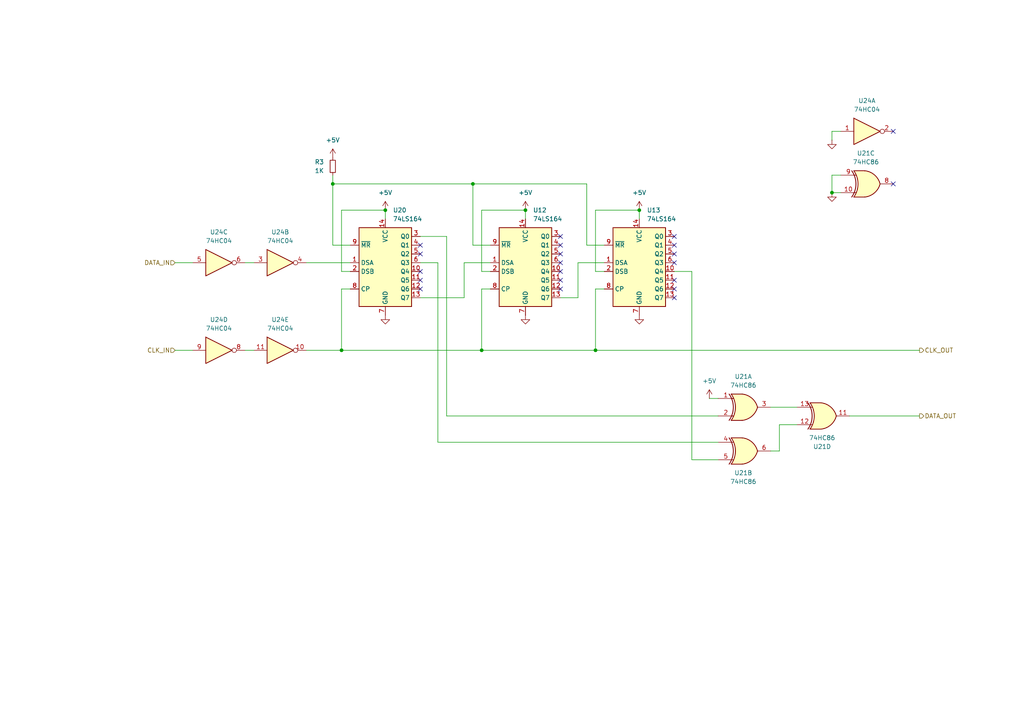
<source format=kicad_sch>
(kicad_sch (version 20231120) (generator "eeschema") (generator_version "8.0")
  (paper "A4")
  (lib_symbols
    (symbol "74xx:74HC04"
      (property "Reference" "U" (at 0 1.27 0))
      (property "Value" "74HC04" (at 0 -1.27 0))
      (symbol "74HC04_1_0"
        (polyline (pts (xy -3.81 3.81) (xy -3.81 -3.81) (xy 3.81 0) (xy -3.81 3.81)) (stroke (width 0.254)) (fill (type background)))
        (pin input line (at -7.62 0 0) (length 3.81) (name "~") (number "1"))
        (pin output inverted (at 7.62 0 180) (length 3.81) (name "~") (number "2"))
      )
      (symbol "74HC04_2_0"
        (polyline (pts (xy -3.81 3.81) (xy -3.81 -3.81) (xy 3.81 0) (xy -3.81 3.81)) (stroke (width 0.254)) (fill (type background)))
        (pin input line (at -7.62 0 0) (length 3.81) (name "~") (number "3"))
        (pin output inverted (at 7.62 0 180) (length 3.81) (name "~") (number "4"))
      )
      (symbol "74HC04_3_0"
        (polyline (pts (xy -3.81 3.81) (xy -3.81 -3.81) (xy 3.81 0) (xy -3.81 3.81)) (stroke (width 0.254)) (fill (type background)))
        (pin input line (at -7.62 0 0) (length 3.81) (name "~") (number "5"))
        (pin output inverted (at 7.62 0 180) (length 3.81) (name "~") (number "6"))
      )
      (symbol "74HC04_4_0"
        (polyline (pts (xy -3.81 3.81) (xy -3.81 -3.81) (xy 3.81 0) (xy -3.81 3.81)) (stroke (width 0.254)) (fill (type background)))
        (pin output inverted (at 7.62 0 180) (length 3.81) (name "~") (number "8"))
        (pin input line (at -7.62 0 0) (length 3.81) (name "~") (number "9"))
      )
      (symbol "74HC04_5_0"
        (polyline (pts (xy -3.81 3.81) (xy -3.81 -3.81) (xy 3.81 0) (xy -3.81 3.81)) (stroke (width 0.254)) (fill (type background)))
        (pin output inverted (at 7.62 0 180) (length 3.81) (name "~") (number "10"))
        (pin input line (at -7.62 0 0) (length 3.81) (name "~") (number "11"))
      )
      (symbol "74HC04_6_0"
        (polyline (pts (xy -3.81 3.81) (xy -3.81 -3.81) (xy 3.81 0) (xy -3.81 3.81)) (stroke (width 0.254)) (fill (type background)))
        (pin output inverted (at 7.62 0 180) (length 3.81) (name "~") (number "12"))
        (pin input line (at -7.62 0 0) (length 3.81) (name "~") (number "13"))
      )
      (symbol "74HC04_7_0"
        (pin power_in line (at 0 12.7 270) (length 5.08) (name "VCC") (number "14"))
        (pin power_in line (at 0 -12.7 90) (length 5.08) (name "GND") (number "7"))
      )
      (symbol "74HC04_7_1"
        (rectangle (start -5.08 7.62) (end 5.08 -7.62) (stroke (width 0.254)) (fill (type background)))
      )
    )
    (symbol "74xx:74HC164"
      (property "Reference" "U" (at 1.905 -13.97 0))
      (property "Value" "74HC164" (at 1.905 -16.51 0))
      (symbol "74HC164_0_1"
        (rectangle (start 7.62 10.16) (end -7.62 -12.7) (stroke (width 0.254)) (fill (type background)))
      )
      (symbol "74HC164_1_1"
        (pin input line (at -10.16 0 0) (length 2.54) (name "DSA") (number "1"))
        (pin output line (at 10.16 -2.54 180) (length 2.54) (name "Q4") (number "10"))
        (pin output line (at 10.16 -5.08 180) (length 2.54) (name "Q5") (number "11"))
        (pin output line (at 10.16 -7.62 180) (length 2.54) (name "Q6") (number "12"))
        (pin output line (at 10.16 -10.16 180) (length 2.54) (name "Q7") (number "13"))
        (pin power_in line (at 0 12.7 270) (length 2.54) (name "VCC") (number "14"))
        (pin input line (at -10.16 -2.54 0) (length 2.54) (name "DSB") (number "2"))
        (pin output line (at 10.16 7.62 180) (length 2.54) (name "Q0") (number "3"))
        (pin output line (at 10.16 5.08 180) (length 2.54) (name "Q1") (number "4"))
        (pin output line (at 10.16 2.54 180) (length 2.54) (name "Q2") (number "5"))
        (pin output line (at 10.16 0 180) (length 2.54) (name "Q3") (number "6"))
        (pin power_in line (at 0 -15.24 90) (length 2.54) (name "GND") (number "7"))
        (pin input line (at -10.16 -7.62 0) (length 2.54) (name "CP") (number "8"))
        (pin input line (at -10.16 5.08 0) (length 2.54) (name "~{MR}") (number "9"))
      )
    )
    (symbol "74xx:74HC86" (pin_names (offset 1.016))
      (property "Reference" "U" (at 0 1.27 0))
      (property "Value" "74HC86" (at 0 -1.27 0))
      (symbol "74HC86_1_0"
        (arc (start -4.4196 -3.81) (mid -3.2033 0) (end -4.4196 3.81) (stroke (width 0.254)))
        (arc (start -3.81 -3.81) (mid -2.589 0) (end -3.81 3.81) (stroke (width 0.254)))
        (arc (start -0.6096 -3.81) (mid 2.1842 -2.5851) (end 3.81 0) (stroke (width 0.254)) (fill (type background)))
        (polyline (pts (xy -3.81 -3.81) (xy -0.635 -3.81)) (stroke (width 0.254)) (fill (type background)))
        (polyline (pts (xy -3.81 3.81) (xy -0.635 3.81)) (stroke (width 0.254)) (fill (type background)))
        (polyline (pts (xy -0.635 3.81) (xy -3.81 3.81) (xy -3.81 3.81) (xy -3.556 3.4036) (xy -3.0226 2.2606) (xy -2.6924 1.0414) (xy -2.6162 -0.254) (xy -2.7686 -1.4986) (xy -3.175 -2.7178) (xy -3.81 -3.81) (xy -3.81 -3.81) (xy -0.635 -3.81)) (stroke (width -25.4)) (fill (type background)))
        (arc (start 3.81 0) (mid 2.1915 2.5936) (end -0.6096 3.81) (stroke (width 0.254)) (fill (type background)))
        (pin input line (at -7.62 2.54 0) (length 4.445) (name "~") (number "1"))
        (pin input line (at -7.62 -2.54 0) (length 4.445) (name "~") (number "2"))
        (pin output line (at 7.62 0 180) (length 3.81) (name "~") (number "3"))
      )
      (symbol "74HC86_1_1"
        (polyline (pts (xy -3.81 -2.54) (xy -3.175 -2.54)) (stroke (width 0.1524)))
        (polyline (pts (xy -3.81 2.54) (xy -3.175 2.54)) (stroke (width 0.1524)))
      )
      (symbol "74HC86_2_0"
        (arc (start -4.4196 -3.81) (mid -3.2033 0) (end -4.4196 3.81) (stroke (width 0.254)))
        (arc (start -3.81 -3.81) (mid -2.589 0) (end -3.81 3.81) (stroke (width 0.254)))
        (arc (start -0.6096 -3.81) (mid 2.1842 -2.5851) (end 3.81 0) (stroke (width 0.254)) (fill (type background)))
        (polyline (pts (xy -3.81 -3.81) (xy -0.635 -3.81)) (stroke (width 0.254)) (fill (type background)))
        (polyline (pts (xy -3.81 3.81) (xy -0.635 3.81)) (stroke (width 0.254)) (fill (type background)))
        (polyline (pts (xy -0.635 3.81) (xy -3.81 3.81) (xy -3.81 3.81) (xy -3.556 3.4036) (xy -3.0226 2.2606) (xy -2.6924 1.0414) (xy -2.6162 -0.254) (xy -2.7686 -1.4986) (xy -3.175 -2.7178) (xy -3.81 -3.81) (xy -3.81 -3.81) (xy -0.635 -3.81)) (stroke (width -25.4)) (fill (type background)))
        (arc (start 3.81 0) (mid 2.1915 2.5936) (end -0.6096 3.81) (stroke (width 0.254)) (fill (type background)))
        (pin input line (at -7.62 2.54 0) (length 4.445) (name "~") (number "4"))
        (pin input line (at -7.62 -2.54 0) (length 4.445) (name "~") (number "5"))
        (pin output line (at 7.62 0 180) (length 3.81) (name "~") (number "6"))
      )
      (symbol "74HC86_2_1"
        (polyline (pts (xy -3.81 -2.54) (xy -3.175 -2.54)) (stroke (width 0.1524)))
        (polyline (pts (xy -3.81 2.54) (xy -3.175 2.54)) (stroke (width 0.1524)))
      )
      (symbol "74HC86_3_0"
        (arc (start -4.4196 -3.81) (mid -3.2033 0) (end -4.4196 3.81) (stroke (width 0.254)))
        (arc (start -3.81 -3.81) (mid -2.589 0) (end -3.81 3.81) (stroke (width 0.254)))
        (arc (start -0.6096 -3.81) (mid 2.1842 -2.5851) (end 3.81 0) (stroke (width 0.254)) (fill (type background)))
        (polyline (pts (xy -3.81 -3.81) (xy -0.635 -3.81)) (stroke (width 0.254)) (fill (type background)))
        (polyline (pts (xy -3.81 3.81) (xy -0.635 3.81)) (stroke (width 0.254)) (fill (type background)))
        (polyline (pts (xy -0.635 3.81) (xy -3.81 3.81) (xy -3.81 3.81) (xy -3.556 3.4036) (xy -3.0226 2.2606) (xy -2.6924 1.0414) (xy -2.6162 -0.254) (xy -2.7686 -1.4986) (xy -3.175 -2.7178) (xy -3.81 -3.81) (xy -3.81 -3.81) (xy -0.635 -3.81)) (stroke (width -25.4)) (fill (type background)))
        (arc (start 3.81 0) (mid 2.1915 2.5936) (end -0.6096 3.81) (stroke (width 0.254)) (fill (type background)))
        (pin input line (at -7.62 -2.54 0) (length 4.445) (name "~") (number "10"))
        (pin output line (at 7.62 0 180) (length 3.81) (name "~") (number "8"))
        (pin input line (at -7.62 2.54 0) (length 4.445) (name "~") (number "9"))
      )
      (symbol "74HC86_3_1"
        (polyline (pts (xy -3.81 -2.54) (xy -3.175 -2.54)) (stroke (width 0.1524)))
        (polyline (pts (xy -3.81 2.54) (xy -3.175 2.54)) (stroke (width 0.1524)))
      )
      (symbol "74HC86_4_0"
        (arc (start -4.4196 -3.81) (mid -3.2033 0) (end -4.4196 3.81) (stroke (width 0.254)))
        (arc (start -3.81 -3.81) (mid -2.589 0) (end -3.81 3.81) (stroke (width 0.254)))
        (arc (start -0.6096 -3.81) (mid 2.1842 -2.5851) (end 3.81 0) (stroke (width 0.254)) (fill (type background)))
        (polyline (pts (xy -3.81 -3.81) (xy -0.635 -3.81)) (stroke (width 0.254)) (fill (type background)))
        (polyline (pts (xy -3.81 3.81) (xy -0.635 3.81)) (stroke (width 0.254)) (fill (type background)))
        (polyline (pts (xy -0.635 3.81) (xy -3.81 3.81) (xy -3.81 3.81) (xy -3.556 3.4036) (xy -3.0226 2.2606) (xy -2.6924 1.0414) (xy -2.6162 -0.254) (xy -2.7686 -1.4986) (xy -3.175 -2.7178) (xy -3.81 -3.81) (xy -3.81 -3.81) (xy -0.635 -3.81)) (stroke (width -25.4)) (fill (type background)))
        (arc (start 3.81 0) (mid 2.1915 2.5936) (end -0.6096 3.81) (stroke (width 0.254)) (fill (type background)))
        (pin output line (at 7.62 0 180) (length 3.81) (name "~") (number "11"))
        (pin input line (at -7.62 2.54 0) (length 4.445) (name "~") (number "12"))
        (pin input line (at -7.62 -2.54 0) (length 4.445) (name "~") (number "13"))
      )
      (symbol "74HC86_4_1"
        (polyline (pts (xy -3.81 -2.54) (xy -3.175 -2.54)) (stroke (width 0.1524)))
        (polyline (pts (xy -3.81 2.54) (xy -3.175 2.54)) (stroke (width 0.1524)))
      )
      (symbol "74HC86_5_0"
        (pin power_in line (at 0 12.7 270) (length 5.08) (name "VCC") (number "14"))
        (pin power_in line (at 0 -12.7 90) (length 5.08) (name "GND") (number "7"))
      )
      (symbol "74HC86_5_1"
        (rectangle (start -5.08 7.62) (end 5.08 -7.62) (stroke (width 0.254)) (fill (type background)))
      )
    )
    (symbol "Device:R_Small" (pin_numbers hide) (pin_names (offset 0.254) hide)
      (property "Reference" "R" (at 0.762 0.508 0))
      (property "Value" "R_Small" (at 0.762 -1.016 0))
      (symbol "R_Small_0_1"
        (rectangle (start -0.762 1.778) (end 0.762 -1.778) (stroke (width 0.2032)))
      )
      (symbol "R_Small_1_1"
        (pin passive line (at 0 2.54 270) (length 0.762) (name "~") (number "1"))
        (pin passive line (at 0 -2.54 90) (length 0.762) (name "~") (number "2"))
      )
    )
    (symbol "power:+5V" (power) (pin_numbers hide) (pin_names (offset 0) hide)
      (property "Value" "+5V" (at 0 3.556 0))
      (symbol "+5V_0_1"
        (polyline (pts (xy -0.762 1.27) (xy 0 2.54)))
        (polyline (pts (xy 0 0) (xy 0 2.54)))
        (polyline (pts (xy 0 2.54) (xy 0.762 1.27)))
      )
      (symbol "+5V_1_1"
        (pin power_in line (at 0 0 90) (length 0) (name "~") (number "1"))
      )
    )
    (symbol "power:GND" (power) (pin_numbers hide) (pin_names (offset 0) hide)
      (property "Value" "GND" (at 0 -3.81 0))
      (symbol "GND_0_1"
        (polyline (pts (xy 0 0) (xy 0 -1.27) (xy 1.27 -1.27) (xy 0 -2.54) (xy -1.27 -1.27) (xy 0 -1.27)))
      )
      (symbol "GND_1_1"
        (pin power_in line (at 0 0 270) (length 0) (name "~") (number "1"))
      )
    )
  )
  (junction (at 111.76 60.96))
  (junction (at 172.72 101.6))
  (junction (at 152.4 60.96))
  (junction (at 241.3 55.88))
  (junction (at 139.7 101.6))
  (junction (at 99.06 101.6))
  (junction (at 96.52 53.34))
  (junction (at 185.42 60.96))
  (junction (at 137.16 53.34))
  (no_connect (at 121.92 73.66))
  (no_connect (at 162.56 68.58))
  (no_connect (at 121.92 78.74))
  (no_connect (at 195.58 76.2))
  (no_connect (at 195.58 71.12))
  (no_connect (at 162.56 81.28))
  (no_connect (at 195.58 81.28))
  (no_connect (at 195.58 83.82))
  (no_connect (at 121.92 71.12))
  (no_connect (at 195.58 73.66))
  (no_connect (at 121.92 83.82))
  (no_connect (at 162.56 71.12))
  (no_connect (at 195.58 86.36))
  (no_connect (at 259.08 53.34))
  (no_connect (at 162.56 78.74))
  (no_connect (at 162.56 83.82))
  (no_connect (at 195.58 68.58))
  (no_connect (at 162.56 76.2))
  (no_connect (at 162.56 73.66))
  (no_connect (at 121.92 81.28))
  (no_connect (at 259.08 38.1))
  (wire (pts (xy 129.54 68.58) (xy 121.92 68.58)))
  (wire (pts (xy 172.72 60.96) (xy 185.42 60.96)))
  (wire (pts (xy 99.06 83.82) (xy 99.06 101.6)))
  (wire (pts (xy 241.3 40.64) (xy 241.3 38.1)))
  (wire (pts (xy 96.52 53.34) (xy 137.16 53.34)))
  (wire (pts (xy 127 128.27) (xy 208.28 128.27)))
  (wire (pts (xy 96.52 71.12) (xy 101.6 71.12)))
  (wire (pts (xy 71.12 101.6) (xy 73.66 101.6)))
  (wire (pts (xy 139.7 101.6) (xy 172.72 101.6)))
  (wire (pts (xy 99.06 101.6) (xy 139.7 101.6)))
  (wire (pts (xy 96.52 53.34) (xy 96.52 50.8)))
  (wire (pts (xy 241.3 50.8) (xy 241.3 55.88)))
  (wire (pts (xy 172.72 78.74) (xy 172.72 60.96)))
  (wire (pts (xy 162.56 86.36) (xy 167.64 86.36)))
  (wire (pts (xy 200.66 78.74) (xy 195.58 78.74)))
  (wire (pts (xy 142.24 78.74) (xy 139.7 78.74)))
  (wire (pts (xy 71.12 76.2) (xy 73.66 76.2)))
  (wire (pts (xy 101.6 83.82) (xy 99.06 83.82)))
  (wire (pts (xy 170.18 53.34) (xy 137.16 53.34)))
  (wire (pts (xy 50.8 101.6) (xy 55.88 101.6)))
  (wire (pts (xy 241.3 55.88) (xy 243.84 55.88)))
  (wire (pts (xy 99.06 60.96) (xy 99.06 78.74)))
  (wire (pts (xy 170.18 71.12) (xy 170.18 53.34)))
  (wire (pts (xy 134.62 76.2) (xy 142.24 76.2)))
  (wire (pts (xy 99.06 78.74) (xy 101.6 78.74)))
  (wire (pts (xy 205.74 115.57) (xy 208.28 115.57)))
  (wire (pts (xy 99.06 60.96) (xy 111.76 60.96)))
  (wire (pts (xy 172.72 83.82) (xy 172.72 101.6)))
  (wire (pts (xy 139.7 60.96) (xy 152.4 60.96)))
  (wire (pts (xy 127 76.2) (xy 127 128.27)))
  (wire (pts (xy 172.72 101.6) (xy 266.7 101.6)))
  (wire (pts (xy 50.8 76.2) (xy 55.88 76.2)))
  (wire (pts (xy 121.92 76.2) (xy 127 76.2)))
  (wire (pts (xy 111.76 63.5) (xy 111.76 60.96)))
  (wire (pts (xy 200.66 133.35) (xy 200.66 78.74)))
  (wire (pts (xy 167.64 86.36) (xy 167.64 76.2)))
  (wire (pts (xy 152.4 60.96) (xy 152.4 63.5)))
  (wire (pts (xy 223.52 118.11) (xy 231.14 118.11)))
  (wire (pts (xy 246.38 120.65) (xy 266.7 120.65)))
  (wire (pts (xy 142.24 71.12) (xy 137.16 71.12)))
  (wire (pts (xy 243.84 50.8) (xy 241.3 50.8)))
  (wire (pts (xy 121.92 86.36) (xy 134.62 86.36)))
  (wire (pts (xy 137.16 53.34) (xy 137.16 71.12)))
  (wire (pts (xy 139.7 78.74) (xy 139.7 60.96)))
  (wire (pts (xy 175.26 71.12) (xy 170.18 71.12)))
  (wire (pts (xy 175.26 78.74) (xy 172.72 78.74)))
  (wire (pts (xy 185.42 60.96) (xy 185.42 63.5)))
  (wire (pts (xy 129.54 120.65) (xy 129.54 68.58)))
  (wire (pts (xy 175.26 83.82) (xy 172.72 83.82)))
  (wire (pts (xy 226.06 130.81) (xy 223.52 130.81)))
  (wire (pts (xy 167.64 76.2) (xy 175.26 76.2)))
  (wire (pts (xy 142.24 83.82) (xy 139.7 83.82)))
  (wire (pts (xy 226.06 123.19) (xy 226.06 130.81)))
  (wire (pts (xy 231.14 123.19) (xy 226.06 123.19)))
  (wire (pts (xy 208.28 133.35) (xy 200.66 133.35)))
  (wire (pts (xy 208.28 120.65) (xy 129.54 120.65)))
  (wire (pts (xy 88.9 101.6) (xy 99.06 101.6)))
  (wire (pts (xy 241.3 38.1) (xy 243.84 38.1)))
  (wire (pts (xy 134.62 86.36) (xy 134.62 76.2)))
  (wire (pts (xy 139.7 83.82) (xy 139.7 101.6)))
  (wire (pts (xy 96.52 53.34) (xy 96.52 71.12)))
  (wire (pts (xy 88.9 76.2) (xy 101.6 76.2)))
  (hierarchical_label "DATA_OUT" (shape output) (at 266.7 120.65 0))
  (hierarchical_label "DATA_IN" (shape input) (at 50.8 76.2 180))
  (hierarchical_label "CLK_IN" (shape input) (at 50.8 101.6 180))
  (hierarchical_label "CLK_OUT" (shape output) (at 266.7 101.6 0))
  (symbol (lib_id "power:GND") (at 185.42 91.44 0) (unit 1)
    (property "Reference" "#PWR010" (effects (hide yes)))
    (property "Value" "GND" (effects (hide yes)))
    (property "Description" "Power symbol creates a global label with name \"GND\" , ground" (effects (hide yes)))
  )
  (symbol (lib_id "power:GND") (at 241.3 55.88 0) (unit 1)
    (property "Reference" "#PWR014" (effects (hide yes)))
    (property "Value" "GND" (effects (hide yes)))
    (property "Description" "Power symbol creates a global label with name \"GND\" , ground" (effects (hide yes)))
  )
  (symbol (lib_id "74xx:74HC164") (at 152.4 76.2 0) (unit 1)
    (property "Reference" "U12" (at 154.5941 60.96 0) (effects (justify left)))
    (property "Value" "74LS164" (at 154.5941 63.5 0) (effects (justify left)))
    (property "Datasheet" "https://assets.nexperia.com/documents/data-sheet/74HC_HCT164.pdf" (effects (hide yes)))
    (property "Description" "8-bit serial-in parallel-out shift register" (effects (hide yes)))
  )
  (symbol (lib_id "74xx:74HC164") (at 111.76 76.2 0) (unit 1)
    (property "Reference" "U20" (at 113.9541 60.96 0) (effects (justify left)))
    (property "Value" "74LS164" (at 113.9541 63.5 0) (effects (justify left)))
    (property "Datasheet" "https://assets.nexperia.com/documents/data-sheet/74HC_HCT164.pdf" (effects (hide yes)))
    (property "Description" "8-bit serial-in parallel-out shift register" (effects (hide yes)))
  )
  (symbol (lib_id "74xx:74HC86") (at 238.76 120.65 0) (mirror x) (unit 4)
    (property "Reference" "U21" (at 238.4552 129.54 0))
    (property "Value" "74HC86" (at 238.4552 127 0))
    (property "Datasheet" "http://www.ti.com/lit/gpn/sn74HC86" (effects (hide yes)))
    (property "Description" "Quad 2-input XOR" (effects (hide yes)))
  )
  (symbol (lib_id "74xx:74HC86") (at 251.46 53.34 0) (unit 3)
    (property "Reference" "U21" (at 251.1552 44.45 0))
    (property "Value" "74HC86" (at 251.1552 46.99 0))
    (property "Datasheet" "http://www.ti.com/lit/gpn/sn74HC86" (effects (hide yes)))
    (property "Description" "Quad 2-input XOR" (effects (hide yes)))
  )
  (symbol (lib_id "74xx:74HC04") (at 81.28 76.2 0) (unit 2)
    (property "Reference" "U24" (at 81.28 67.31 0))
    (property "Value" "74HC04" (at 81.28 69.85 0))
    (property "Datasheet" "https://assets.nexperia.com/documents/data-sheet/74HC_HCT04.pdf" (effects (hide yes)))
    (property "Description" "Hex Inverter" (effects (hide yes)))
  )
  (symbol (lib_id "Device:R_Small") (at 96.52 48.26 0) (unit 1)
    (property "Reference" "R3" (at 93.98 46.9899 0) (effects (justify right)))
    (property "Value" "1K" (at 93.98 49.5299 0) (effects (justify right)))
    (property "Description" "Resistor, small symbol" (effects (hide yes)))
  )
  (symbol (lib_id "power:+5V") (at 96.52 45.72 0) (unit 1)
    (property "Reference" "#PWR02" (effects (hide yes)))
    (property "Value" "+5V" (at 96.52 40.64 0))
    (property "Description" "Power symbol creates a global label with name \"+5V\"" (effects (hide yes)))
  )
  (symbol (lib_id "74xx:74HC04") (at 251.46 38.1 0) (unit 1)
    (property "Reference" "U24" (at 251.46 29.21 0))
    (property "Value" "74HC04" (at 251.46 31.75 0))
    (property "Datasheet" "https://assets.nexperia.com/documents/data-sheet/74HC_HCT04.pdf" (effects (hide yes)))
    (property "Description" "Hex Inverter" (effects (hide yes)))
  )
  (symbol (lib_id "74xx:74HC04") (at 63.5 101.6 0) (unit 4)
    (property "Reference" "U24" (at 63.5 92.71 0))
    (property "Value" "74HC04" (at 63.5 95.25 0))
    (property "Datasheet" "https://assets.nexperia.com/documents/data-sheet/74HC_HCT04.pdf" (effects (hide yes)))
    (property "Description" "Hex Inverter" (effects (hide yes)))
  )
  (symbol (lib_id "74xx:74HC86") (at 215.9 118.11 0) (unit 1)
    (property "Reference" "U21" (at 215.5952 109.22 0))
    (property "Value" "74HC86" (at 215.5952 111.76 0))
    (property "Datasheet" "http://www.ti.com/lit/gpn/sn74HC86" (effects (hide yes)))
    (property "Description" "Quad 2-input XOR" (effects (hide yes)))
  )
  (symbol (lib_id "power:+5V") (at 152.4 60.96 0) (unit 1)
    (property "Reference" "#PWR06" (effects (hide yes)))
    (property "Value" "+5V" (at 152.4 55.88 0))
    (property "Description" "Power symbol creates a global label with name \"+5V\"" (effects (hide yes)))
  )
  (symbol (lib_id "power:+5V") (at 185.42 60.96 0) (unit 1)
    (property "Reference" "#PWR09" (effects (hide yes)))
    (property "Value" "+5V" (at 185.42 55.88 0))
    (property "Description" "Power symbol creates a global label with name \"+5V\"" (effects (hide yes)))
  )
  (symbol (lib_id "power:GND") (at 152.4 91.44 0) (unit 1)
    (property "Reference" "#PWR07" (effects (hide yes)))
    (property "Value" "GND" (effects (hide yes)))
    (property "Description" "Power symbol creates a global label with name \"GND\" , ground" (effects (hide yes)))
  )
  (symbol (lib_id "74xx:74HC04") (at 81.28 101.6 0) (unit 5)
    (property "Reference" "U24" (at 81.28 92.71 0))
    (property "Value" "74HC04" (at 81.28 95.25 0))
    (property "Datasheet" "https://assets.nexperia.com/documents/data-sheet/74HC_HCT04.pdf" (effects (hide yes)))
    (property "Description" "Hex Inverter" (effects (hide yes)))
  )
  (symbol (lib_id "74xx:74HC164") (at 185.42 76.2 0) (unit 1)
    (property "Reference" "U13" (at 187.6141 60.96 0) (effects (justify left)))
    (property "Value" "74LS164" (at 187.6141 63.5 0) (effects (justify left)))
    (property "Datasheet" "https://assets.nexperia.com/documents/data-sheet/74HC_HCT164.pdf" (effects (hide yes)))
    (property "Description" "8-bit serial-in parallel-out shift register" (effects (hide yes)))
  )
  (symbol (lib_id "power:GND") (at 111.76 91.44 0) (unit 1)
    (property "Reference" "#PWR05" (effects (hide yes)))
    (property "Value" "GND" (effects (hide yes)))
    (property "Description" "Power symbol creates a global label with name \"GND\" , ground" (effects (hide yes)))
  )
  (symbol (lib_id "power:+5V") (at 205.74 115.57 0) (unit 1)
    (property "Reference" "#PWR011" (effects (hide yes)))
    (property "Value" "+5V" (at 205.74 110.49 0))
    (property "Description" "Power symbol creates a global label with name \"+5V\"" (effects (hide yes)))
  )
  (symbol (lib_id "74xx:74HC04") (at 63.5 76.2 0) (unit 3)
    (property "Reference" "U24" (at 63.5 67.31 0))
    (property "Value" "74HC04" (at 63.5 69.85 0))
    (property "Datasheet" "https://assets.nexperia.com/documents/data-sheet/74HC_HCT04.pdf" (effects (hide yes)))
    (property "Description" "Hex Inverter" (effects (hide yes)))
  )
  (symbol (lib_id "power:GND") (at 241.3 40.64 0) (unit 1)
    (property "Reference" "#PWR01" (effects (hide yes)))
    (property "Value" "GND" (effects (hide yes)))
    (property "Description" "Power symbol creates a global label with name \"GND\" , ground" (effects (hide yes)))
  )
  (symbol (lib_id "power:+5V") (at 111.76 60.96 0) (unit 1)
    (property "Reference" "#PWR03" (effects (hide yes)))
    (property "Value" "+5V" (at 111.76 55.88 0))
    (property "Description" "Power symbol creates a global label with name \"+5V\"" (effects (hide yes)))
  )
  (symbol (lib_id "74xx:74HC86") (at 215.9 130.81 0) (unit 2)
    (property "Reference" "U21" (at 215.5952 137.16 0))
    (property "Value" "74HC86" (at 215.5952 139.7 0))
    (property "Datasheet" "http://www.ti.com/lit/gpn/sn74HC86" (effects (hide yes)))
    (property "Description" "Quad 2-input XOR" (effects (hide yes)))
  )
)
</source>
